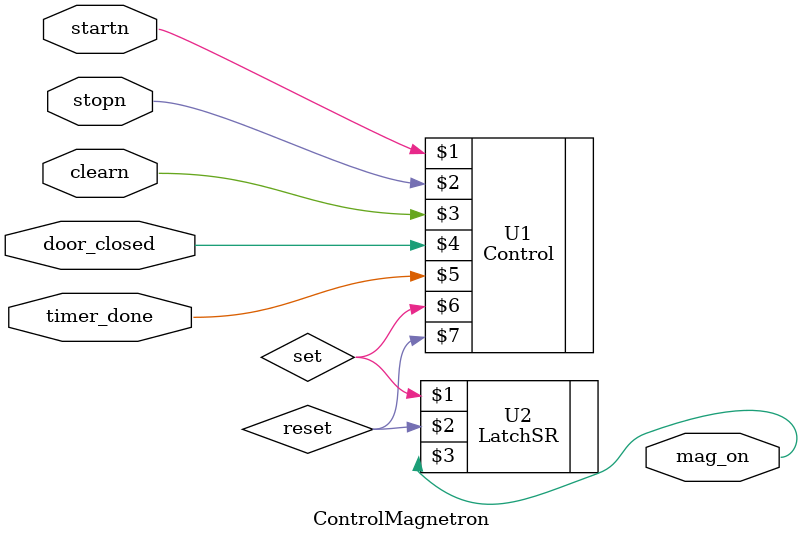
<source format=v>
`include "./controlador_magnetron/Control.v"
`include "./controlador_magnetron/LatchSR.v"


module ControlMagnetron (startn, stopn, clearn, door_closed, timer_done, mag_on);
	input startn, stopn, clearn, door_closed, timer_done;
	output mag_on;

	wire set, reset;
	
	Control U1 (startn, stopn, clearn, door_closed, timer_done, set, reset);
	LatchSR U2 (set, reset, mag_on);
endmodule
</source>
